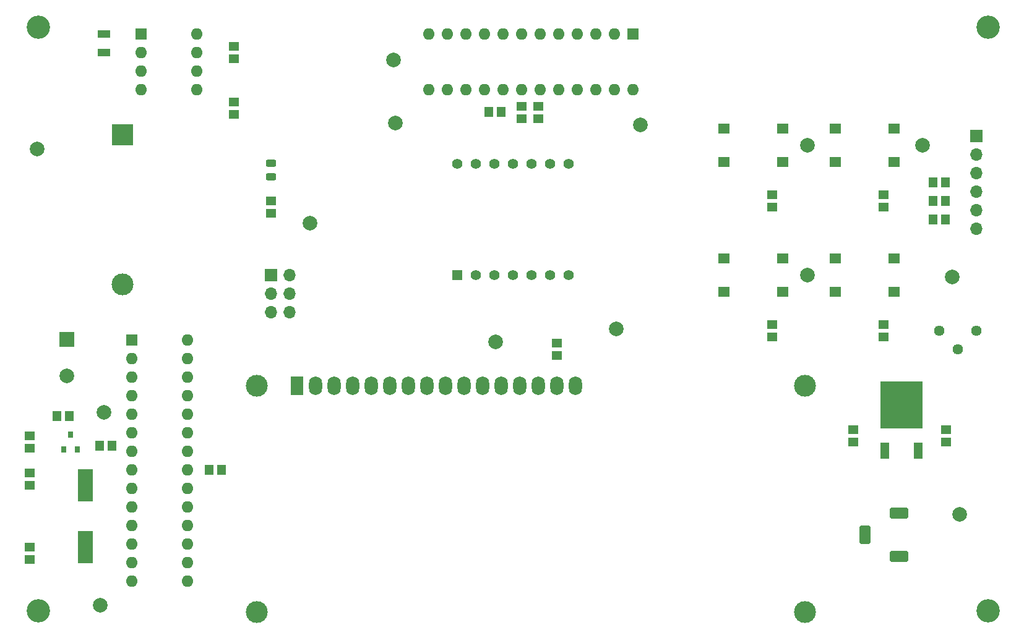
<source format=gbr>
%TF.GenerationSoftware,KiCad,Pcbnew,(6.0.5)*%
%TF.CreationDate,2022-07-16T21:45:20-05:00*%
%TF.ProjectId,julio_cool_clock,6a756c69-6f5f-4636-9f6f-6c5f636c6f63,rev?*%
%TF.SameCoordinates,PX4c4b400PY8a48640*%
%TF.FileFunction,Soldermask,Top*%
%TF.FilePolarity,Negative*%
%FSLAX46Y46*%
G04 Gerber Fmt 4.6, Leading zero omitted, Abs format (unit mm)*
G04 Created by KiCad (PCBNEW (6.0.5)) date 2022-07-16 21:45:20*
%MOMM*%
%LPD*%
G01*
G04 APERTURE LIST*
G04 Aperture macros list*
%AMRoundRect*
0 Rectangle with rounded corners*
0 $1 Rounding radius*
0 $2 $3 $4 $5 $6 $7 $8 $9 X,Y pos of 4 corners*
0 Add a 4 corners polygon primitive as box body*
4,1,4,$2,$3,$4,$5,$6,$7,$8,$9,$2,$3,0*
0 Add four circle primitives for the rounded corners*
1,1,$1+$1,$2,$3*
1,1,$1+$1,$4,$5*
1,1,$1+$1,$6,$7*
1,1,$1+$1,$8,$9*
0 Add four rect primitives between the rounded corners*
20,1,$1+$1,$2,$3,$4,$5,0*
20,1,$1+$1,$4,$5,$6,$7,0*
20,1,$1+$1,$6,$7,$8,$9,0*
20,1,$1+$1,$8,$9,$2,$3,0*%
G04 Aperture macros list end*
%ADD10C,2.000000*%
%ADD11R,1.150000X1.400000*%
%ADD12C,3.200000*%
%ADD13R,1.400000X1.150000*%
%ADD14C,3.000000*%
%ADD15O,1.800000X2.600000*%
%ADD16R,1.800000X2.600000*%
%ADD17R,2.000000X2.000000*%
%ADD18R,1.600000X1.400000*%
%ADD19R,2.000000X4.500000*%
%ADD20R,1.600000X1.600000*%
%ADD21O,1.600000X1.600000*%
%ADD22C,1.440000*%
%ADD23R,1.700000X1.700000*%
%ADD24O,1.700000X1.700000*%
%ADD25R,0.800000X0.900000*%
%ADD26R,1.800000X1.000000*%
%ADD27RoundRect,0.243750X-0.456250X0.243750X-0.456250X-0.243750X0.456250X-0.243750X0.456250X0.243750X0*%
%ADD28R,1.400000X1.400000*%
%ADD29C,1.400000*%
%ADD30R,1.200000X2.200000*%
%ADD31R,5.800000X6.400000*%
%ADD32R,3.000000X3.000000*%
%ADD33RoundRect,0.400000X-0.900000X-0.400000X0.900000X-0.400000X0.900000X0.400000X-0.900000X0.400000X0*%
%ADD34RoundRect,0.400000X-0.400000X-0.900000X0.400000X-0.900000X0.400000X0.900000X-0.400000X0.900000X0*%
G04 APERTURE END LIST*
D10*
%TO.C,TP14*%
X53604000Y80484000D03*
%TD*%
%TO.C,TP13*%
X42174000Y58132000D03*
%TD*%
%TO.C,TP12*%
X67574000Y41876000D03*
%TD*%
%TO.C,TP11*%
X84084000Y43654000D03*
%TD*%
%TO.C,TP10*%
X87386000Y71594000D03*
%TD*%
%TO.C,TP9*%
X53858000Y71848000D03*
%TD*%
%TO.C,TP8*%
X13980000Y32224000D03*
%TD*%
%TO.C,TP7*%
X4836000Y68292000D03*
%TD*%
%TO.C,TP6*%
X13472000Y5808000D03*
%TD*%
%TO.C,TP5*%
X130058000Y50766000D03*
%TD*%
%TO.C,TP4*%
X110246000Y51020000D03*
%TD*%
%TO.C,TP3*%
X125994000Y68800000D03*
%TD*%
%TO.C,TP2*%
X110246000Y68800000D03*
%TD*%
%TO.C,TP1*%
X131074000Y18254000D03*
%TD*%
D11*
%TO.C,R12*%
X127430000Y63720000D03*
X129130000Y63720000D03*
%TD*%
D12*
%TO.C,H4*%
X135000000Y5000000D03*
%TD*%
D11*
%TO.C,R11*%
X127430000Y61180000D03*
X129130000Y61180000D03*
%TD*%
D13*
%TO.C,C5*%
X73416000Y74134000D03*
X73416000Y72434000D03*
%TD*%
%TO.C,C8*%
X129220000Y28175000D03*
X129220000Y29875000D03*
%TD*%
D14*
%TO.C,DS1*%
X109899988Y35897500D03*
X109899468Y4896800D03*
X34900888Y4896800D03*
X34900888Y35897500D03*
D15*
X78499988Y35897500D03*
X75959988Y35897500D03*
X73419988Y35897500D03*
X70879988Y35897500D03*
X68339988Y35897500D03*
X65799988Y35897500D03*
X63259988Y35897500D03*
X60719988Y35897500D03*
X58179988Y35897500D03*
X55639988Y35897500D03*
X53099988Y35897500D03*
X50559988Y35897500D03*
X48019988Y35897500D03*
X45479988Y35897500D03*
X42939988Y35897500D03*
D16*
X40399988Y35897500D03*
%TD*%
D13*
%TO.C,R4*%
X31760000Y73030000D03*
X31760000Y74730000D03*
%TD*%
%TO.C,C4*%
X71130000Y74134000D03*
X71130000Y72434000D03*
%TD*%
%TO.C,R7*%
X75956000Y40010000D03*
X75956000Y41710000D03*
%TD*%
D10*
%TO.C,BZ1*%
X8900000Y37214784D03*
D17*
X8900000Y42214784D03*
%TD*%
D11*
%TO.C,R13*%
X7542000Y31716000D03*
X9242000Y31716000D03*
%TD*%
%TO.C,C6*%
X127430000Y58640000D03*
X129130000Y58640000D03*
%TD*%
D13*
%TO.C,R10*%
X3820000Y29005000D03*
X3820000Y27305000D03*
%TD*%
D18*
%TO.C,SW2*%
X122120000Y71050000D03*
X114120000Y71050000D03*
X122120000Y66550000D03*
X114120000Y66550000D03*
%TD*%
D11*
%TO.C,C9*%
X15084000Y27652000D03*
X13384000Y27652000D03*
%TD*%
D19*
%TO.C,Y1*%
X11440000Y13750000D03*
X11440000Y22250000D03*
%TD*%
D11*
%TO.C,R2*%
X68336000Y73372000D03*
X66636000Y73372000D03*
%TD*%
D18*
%TO.C,SW4*%
X122120000Y53270000D03*
X114120000Y53270000D03*
X122120000Y48770000D03*
X114120000Y48770000D03*
%TD*%
D20*
%TO.C,U1*%
X17800000Y42120000D03*
D21*
X17800000Y39580000D03*
X17800000Y37040000D03*
X17800000Y34500000D03*
X17800000Y31960000D03*
X17800000Y29420000D03*
X17800000Y26880000D03*
X17800000Y24340000D03*
X17800000Y21800000D03*
X17800000Y19260000D03*
X17800000Y16720000D03*
X17800000Y14180000D03*
X17800000Y11640000D03*
X17800000Y9100000D03*
X25420000Y9100000D03*
X25420000Y11640000D03*
X25420000Y14180000D03*
X25420000Y16720000D03*
X25420000Y19260000D03*
X25420000Y21800000D03*
X25420000Y24340000D03*
X25420000Y26880000D03*
X25420000Y29420000D03*
X25420000Y31960000D03*
X25420000Y34500000D03*
X25420000Y37040000D03*
X25420000Y39580000D03*
X25420000Y42120000D03*
%TD*%
D13*
%TO.C,C3*%
X3820000Y13770000D03*
X3820000Y12070000D03*
%TD*%
D12*
%TO.C,H2*%
X135000000Y85000000D03*
%TD*%
D22*
%TO.C,RV1*%
X128280000Y43400000D03*
X130820000Y40860000D03*
X133360000Y43400000D03*
%TD*%
D12*
%TO.C,H3*%
X5000000Y5000000D03*
%TD*%
D11*
%TO.C,C1*%
X28370000Y24350000D03*
X30070000Y24350000D03*
%TD*%
D23*
%TO.C,J2*%
X36840000Y51020000D03*
D24*
X39380000Y51020000D03*
X36840000Y48480000D03*
X39380000Y48480000D03*
X36840000Y45940000D03*
X39380000Y45940000D03*
%TD*%
D18*
%TO.C,SW3*%
X106880000Y53270000D03*
X98880000Y53270000D03*
X106880000Y48770000D03*
X98880000Y48770000D03*
%TD*%
D12*
%TO.C,H1*%
X5000000Y85000000D03*
%TD*%
D25*
%TO.C,Q1*%
X8500000Y27155000D03*
X10400000Y27155000D03*
X9450000Y29155000D03*
%TD*%
D13*
%TO.C,R3*%
X31760000Y80650000D03*
X31760000Y82350000D03*
%TD*%
%TO.C,R6*%
X105420000Y60330000D03*
X105420000Y62030000D03*
%TD*%
D24*
%TO.C,J3*%
X133360000Y57370000D03*
X133360000Y59910000D03*
X133360000Y62450000D03*
X133360000Y64990000D03*
X133360000Y67530000D03*
D23*
X133360000Y70070000D03*
%TD*%
D20*
%TO.C,U2*%
X86375000Y84040000D03*
D21*
X83835000Y84040000D03*
X81295000Y84040000D03*
X78755000Y84040000D03*
X76215000Y84040000D03*
X73675000Y84040000D03*
X71135000Y84040000D03*
X68595000Y84040000D03*
X66055000Y84040000D03*
X63515000Y84040000D03*
X60975000Y84040000D03*
X58435000Y84040000D03*
X58435000Y76420000D03*
X60975000Y76420000D03*
X63515000Y76420000D03*
X66055000Y76420000D03*
X68595000Y76420000D03*
X71135000Y76420000D03*
X73675000Y76420000D03*
X76215000Y76420000D03*
X78755000Y76420000D03*
X81295000Y76420000D03*
X83835000Y76420000D03*
X86375000Y76420000D03*
%TD*%
D26*
%TO.C,Y2*%
X13980000Y81530000D03*
X13980000Y84030000D03*
%TD*%
D13*
%TO.C,R1*%
X36840000Y59460000D03*
X36840000Y61160000D03*
%TD*%
%TO.C,R9*%
X105420000Y42550000D03*
X105420000Y44250000D03*
%TD*%
D27*
%TO.C,D1*%
X36840000Y66327500D03*
X36840000Y64452500D03*
%TD*%
D20*
%TO.C,U3*%
X19060000Y84040000D03*
D21*
X19060000Y81500000D03*
X19060000Y78960000D03*
X19060000Y76420000D03*
X26680000Y76420000D03*
X26680000Y78960000D03*
X26680000Y81500000D03*
X26680000Y84040000D03*
%TD*%
D13*
%TO.C,C2*%
X3820000Y23930000D03*
X3820000Y22230000D03*
%TD*%
%TO.C,R8*%
X120660000Y60330000D03*
X120660000Y62030000D03*
%TD*%
D28*
%TO.C,DS2*%
X62380005Y51020000D03*
D29*
X64920005Y51020000D03*
X67460005Y51020000D03*
X70000005Y51020000D03*
X72540005Y51020000D03*
X75080005Y51020000D03*
X77620005Y51020000D03*
X77620005Y66260000D03*
X75080005Y66260000D03*
X72540005Y66260000D03*
X70000005Y66260000D03*
X67460005Y66260000D03*
X64920005Y66260000D03*
X62380005Y66260000D03*
%TD*%
D18*
%TO.C,SW1*%
X106880000Y71050000D03*
X98880000Y71050000D03*
X106880000Y66550000D03*
X98880000Y66550000D03*
%TD*%
D30*
%TO.C,U4*%
X120845000Y26940000D03*
D31*
X123125000Y33240000D03*
D30*
X125405000Y26940000D03*
%TD*%
D32*
%TO.C,BT1*%
X16519984Y70253686D03*
D14*
X16519984Y49763686D03*
%TD*%
D13*
%TO.C,C7*%
X116520000Y28175000D03*
X116520000Y29875000D03*
%TD*%
%TO.C,R5*%
X120660000Y42550000D03*
X120660000Y44250000D03*
%TD*%
D33*
%TO.C,J1*%
X122820000Y18460000D03*
X122820000Y12460000D03*
D34*
X118120000Y15460000D03*
%TD*%
M02*

</source>
